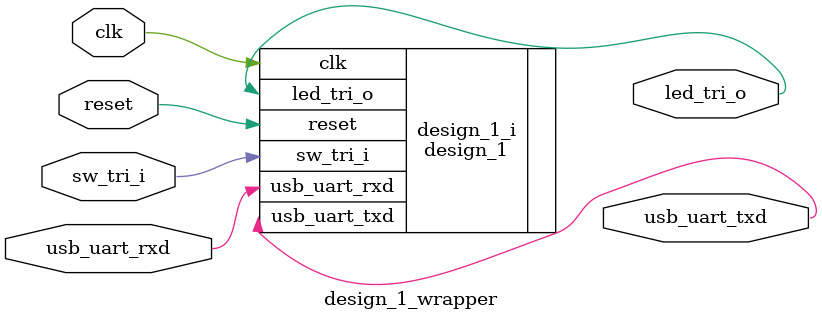
<source format=v>
`timescale 1 ps / 1 ps

module design_1_wrapper
   (clk,
    led_tri_o,
    reset,
    sw_tri_i,
    usb_uart_rxd,
    usb_uart_txd);
  input clk;
  output [0:0]led_tri_o;
  input reset;
  input [0:0]sw_tri_i;
  input usb_uart_rxd;
  output usb_uart_txd;

  wire clk;
  wire [0:0]led_tri_o;
  wire reset;
  wire [0:0]sw_tri_i;
  wire usb_uart_rxd;
  wire usb_uart_txd;

  design_1 design_1_i
       (.clk(clk),
        .led_tri_o(led_tri_o),
        .reset(reset),
        .sw_tri_i(sw_tri_i),
        .usb_uart_rxd(usb_uart_rxd),
        .usb_uart_txd(usb_uart_txd));
endmodule

</source>
